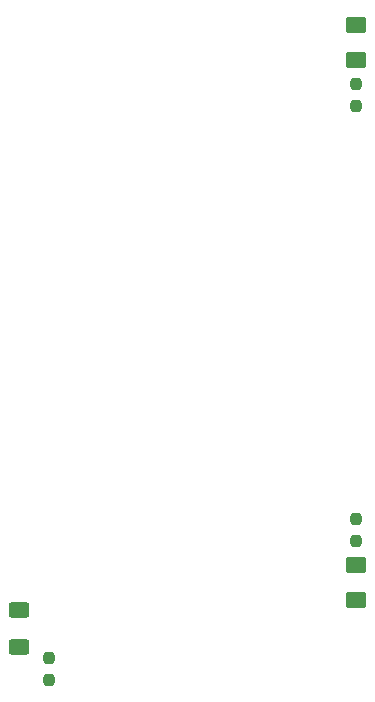
<source format=gbp>
G04 #@! TF.GenerationSoftware,KiCad,Pcbnew,(6.0.0)*
G04 #@! TF.CreationDate,2025-05-03T15:15:18+02:00*
G04 #@! TF.ProjectId,Smart Servo Control Board Rev.2,536d6172-7420-4536-9572-766f20436f6e,rev?*
G04 #@! TF.SameCoordinates,Original*
G04 #@! TF.FileFunction,Paste,Bot*
G04 #@! TF.FilePolarity,Positive*
%FSLAX46Y46*%
G04 Gerber Fmt 4.6, Leading zero omitted, Abs format (unit mm)*
G04 Created by KiCad (PCBNEW (6.0.0)) date 2025-05-03 15:15:18*
%MOMM*%
%LPD*%
G01*
G04 APERTURE LIST*
G04 Aperture macros list*
%AMRoundRect*
0 Rectangle with rounded corners*
0 $1 Rounding radius*
0 $2 $3 $4 $5 $6 $7 $8 $9 X,Y pos of 4 corners*
0 Add a 4 corners polygon primitive as box body*
4,1,4,$2,$3,$4,$5,$6,$7,$8,$9,$2,$3,0*
0 Add four circle primitives for the rounded corners*
1,1,$1+$1,$2,$3*
1,1,$1+$1,$4,$5*
1,1,$1+$1,$6,$7*
1,1,$1+$1,$8,$9*
0 Add four rect primitives between the rounded corners*
20,1,$1+$1,$2,$3,$4,$5,0*
20,1,$1+$1,$4,$5,$6,$7,0*
20,1,$1+$1,$6,$7,$8,$9,0*
20,1,$1+$1,$8,$9,$2,$3,0*%
G04 Aperture macros list end*
%ADD10RoundRect,0.237500X-0.237500X0.250000X-0.237500X-0.250000X0.237500X-0.250000X0.237500X0.250000X0*%
%ADD11RoundRect,0.237500X0.237500X-0.250000X0.237500X0.250000X-0.237500X0.250000X-0.237500X-0.250000X0*%
%ADD12RoundRect,0.250001X0.624999X-0.462499X0.624999X0.462499X-0.624999X0.462499X-0.624999X-0.462499X0*%
%ADD13RoundRect,0.250000X-0.625000X0.400000X-0.625000X-0.400000X0.625000X-0.400000X0.625000X0.400000X0*%
G04 APERTURE END LIST*
D10*
X199457520Y-54515928D03*
X199457520Y-56340928D03*
D11*
X199457520Y-93170928D03*
X199457520Y-91345928D03*
D12*
X199457520Y-52470928D03*
X199457520Y-49495928D03*
D10*
X173492520Y-103085928D03*
X173492520Y-104910928D03*
D12*
X199457520Y-98190928D03*
X199457520Y-95215928D03*
D13*
X170952520Y-99019428D03*
X170952520Y-102119428D03*
M02*

</source>
